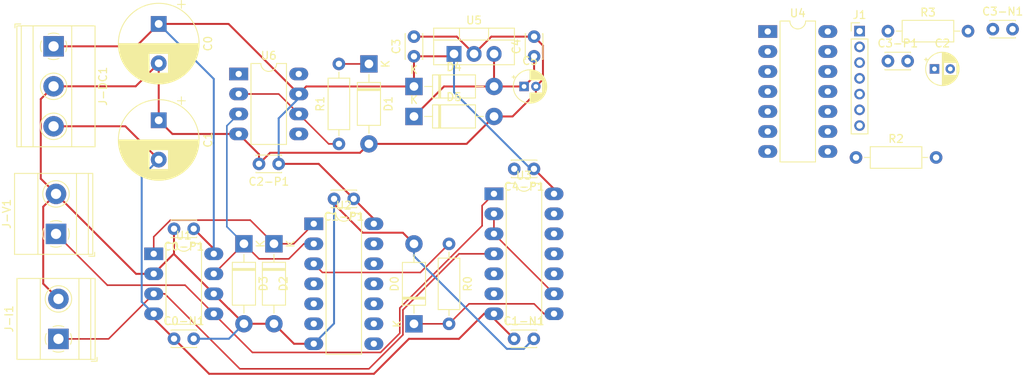
<source format=kicad_pcb>
(kicad_pcb (version 20211014) (generator pcbnew)
  (layers (0 "F.Cu" signal) (31 "B.Cu" signal) (34 "B.Paste" user) (35 "F.Paste" user) (36 "B.SilkS" user "B.Silkscreen") (37 "F.SilkS" user "F.Silkscreen") (38 "B.Mask" user) (39 "F.Mask" user) (44 "Edge.Cuts" user))
  (net 0 "")
  (net 1 "+12V")
  (net 2 "GNDA")
  (net 3 "-12V")
  (net 4 "Net-(C2-Pad2)")
  (net 5 "+5V")
  (net 6 "PHASE")
  (net 7 "FREQUENCY")
  (net 8 "Net-(D2-Pad1)")
  (net 9 "Net-(D3-Pad1)")
  (net 10 "V_CORRENTE")
  (net 11 "V_TENSIONE")
  (net 12 "ADC_IN")
  (net 13 "EN_I")
  (net 14 "EN_V")
  (net 15 "EN_P")
  (net 16 "Net-(R0-Pad1)")
  (net 17 "Net-(R1-Pad1)")
  (net 18 "Net-(U4-Pad6)")
  (net 19 "Net-(U3-Pad2)")
  (net 21 "Net-(U4-Pad7)")
  (footprint "Capacitor_THT:C_Disc_D3.0mm_W2.0mm_P2.50mm" (layer "F.Cu") (at 51.47 72.38)
    (fp_text reference "C0-N1" (at 1.25 -2.25) (layer "F.SilkS"))
    (fp_text value "100nF")
    (pad "1" thru_hole circle (at 0 0) (size 1.6 1.6) (drill 0.8) (layers *.Cu *.Mask) (net 3 "-12V"))
    (pad "2" thru_hole circle (at 2.5 0) (size 1.6 1.6) (drill 0.8) (layers *.Cu *.Mask) (net 2 "GNDA"))
  )
  (footprint "Resistor_THT:R_Axial_DIN0207_L6.3mm_D2.5mm_P10.16mm_Horizontal" (layer "F.Cu") (at 142.050199 33.3)
    (fp_text reference "R3" (at 5.08 -2.37) (layer "F.SilkS"))
    (fp_text value "15k")
    (pad "1" thru_hole circle (at 0 0) (size 1.6 1.6) (drill 0.8) (layers *.Cu *.Mask) (net 12 "ADC_IN"))
    (pad "2" thru_hole oval (at 10.16 0) (size 1.6 1.6) (drill 0.8) (layers *.Cu *.Mask) (net 2 "GNDA"))
  )
  (footprint "TerminalBlock_Phoenix:TerminalBlock_Phoenix_MKDS-1,5-3-5.08_1x03_P5.08mm_Horizontal" (layer "F.Cu") (at 36.19 35.23 -90)
    (fp_text reference "J-DC1" (at 5.08 -6.26 90) (layer "F.SilkS"))
    (fp_text value "j")
    (pad "1" thru_hole rect (at 0 0 270) (size 2.6 2.6) (drill 1.3) (layers *.Cu *.Mask) (net 1 "+12V"))
    (pad "2" thru_hole circle (at 5.08 0 270) (size 2.6 2.6) (drill 1.3) (layers *.Cu *.Mask) (net 2 "GNDA"))
    (pad "3" thru_hole circle (at 10.16 0 270) (size 2.6 2.6) (drill 1.3) (layers *.Cu *.Mask) (net 3 "-12V"))
  )
  (footprint "Capacitor_THT:C_Disc_D3.0mm_W2.0mm_P2.50mm" (layer "F.Cu") (at 97.135 50.8 180)
    (fp_text reference "C4-P1" (at 1.25 -2.25) (layer "F.SilkS"))
    (fp_text value "100nF")
    (pad "1" thru_hole circle (at 0 0 180) (size 1.6 1.6) (drill 0.8) (layers *.Cu *.Mask) (net 1 "+12V"))
    (pad "2" thru_hole circle (at 2.5 0 180) (size 1.6 1.6) (drill 0.8) (layers *.Cu *.Mask) (net 2 "GNDA"))
  )
  (footprint "Package_DIP:DIP-14_W7.62mm_LongPads" (layer "F.Cu") (at 92.06 53.97)
    (fp_text reference "U3" (at 3.81 -2.33) (layer "F.SilkS"))
    (fp_text value "4066")
    (pad "1" thru_hole rect (at 0 0) (size 2.4 1.6) (drill 0.8) (layers *.Cu *.Mask) (net 11 "V_TENSIONE"))
    (pad "2" thru_hole oval (at 0 2.54) (size 2.4 1.6) (drill 0.8) (layers *.Cu *.Mask) (net 19 "Net-(U3-Pad2)"))
    (pad "3" thru_hole oval (at 0 5.08) (size 2.4 1.6) (drill 0.8) (layers *.Cu *.Mask) (net 19 "Net-(U3-Pad2)"))
    (pad "4" thru_hole oval (at 0 7.62) (size 2.4 1.6) (drill 0.8) (layers *.Cu *.Mask) (net 10 "V_CORRENTE"))
    (pad "5" thru_hole oval (at 0 10.16) (size 2.4 1.6) (drill 0.8) (layers *.Cu *.Mask) (net 13 "EN_I"))
    (pad "6" thru_hole oval (at 0 12.7) (size 2.4 1.6) (drill 0.8) (layers *.Cu *.Mask) (net 15 "EN_P"))
    (pad "7" thru_hole oval (at 0 15.24) (size 2.4 1.6) (drill 0.8) (layers *.Cu *.Mask) (net 3 "-12V"))
    (pad "8" thru_hole oval (at 7.62 15.24) (size 2.4 1.6) (drill 0.8) (layers *.Cu *.Mask) (net 6 "PHASE"))
    (pad "9" thru_hole oval (at 7.62 12.7) (size 2.4 1.6) (drill 0.8) (layers *.Cu *.Mask) (net 19 "Net-(U3-Pad2)"))
    (pad "10" thru_hole oval (at 7.62 10.16) (size 2.4 1.6) (drill 0.8) (layers *.Cu *.Mask))
    (pad "11" thru_hole oval (at 7.62 7.62) (size 2.4 1.6) (drill 0.8) (layers *.Cu *.Mask))
    (pad "12" thru_hole oval (at 7.62 5.08) (size 2.4 1.6) (drill 0.8) (layers *.Cu *.Mask))
    (pad "13" thru_hole oval (at 7.62 2.54) (size 2.4 1.6) (drill 0.8) (layers *.Cu *.Mask) (net 14 "EN_V"))
    (pad "14" thru_hole oval (at 7.62 0) (size 2.4 1.6) (drill 0.8) (layers *.Cu *.Mask) (net 1 "+12V"))
  )
  (footprint "Capacitor_THT:C_Disc_D3.0mm_W2.0mm_P2.50mm" (layer "F.Cu") (at 53.97 58.41 180)
    (fp_text reference "C0-P1" (at 1.25 -2.25) (layer "F.SilkS"))
    (fp_text value "100nF")
    (pad "1" thru_hole circle (at 0 0 180) (size 1.6 1.6) (drill 0.8) (layers *.Cu *.Mask) (net 1 "+12V"))
    (pad "2" thru_hole circle (at 2.5 0 180) (size 1.6 1.6) (drill 0.8) (layers *.Cu *.Mask) (net 2 "GNDA"))
  )
  (footprint "Package_DIP:DIP-8_W7.62mm_LongPads" (layer "F.Cu") (at 59.675 38.745)
    (fp_text reference "U6" (at 3.81 -2.33) (layer "F.SilkS"))
    (fp_text value "CA3140")
    (pad "1" thru_hole rect (at 0 0) (size 2.4 1.6) (drill 0.8) (layers *.Cu *.Mask))
    (pad "2" thru_hole oval (at 0 2.54) (size 2.4 1.6) (drill 0.8) (layers *.Cu *.Mask) (net 17 "Net-(R1-Pad1)"))
    (pad "3" thru_hole oval (at 0 5.08) (size 2.4 1.6) (drill 0.8) (layers *.Cu *.Mask) (net 9 "Net-(D3-Pad1)"))
    (pad "4" thru_hole oval (at 0 7.62) (size 2.4 1.6) (drill 0.8) (layers *.Cu *.Mask) (net 2 "GNDA"))
    (pad "5" thru_hole oval (at 7.62 7.62) (size 2.4 1.6) (drill 0.8) (layers *.Cu *.Mask))
    (pad "6" thru_hole oval (at 7.62 5.08) (size 2.4 1.6) (drill 0.8) (layers *.Cu *.Mask) (net 17 "Net-(R1-Pad1)"))
    (pad "7" thru_hole oval (at 7.62 2.54) (size 2.4 1.6) (drill 0.8) (layers *.Cu *.Mask) (net 1 "+12V"))
    (pad "8" thru_hole oval (at 7.62 0) (size 2.4 1.6) (drill 0.8) (layers *.Cu *.Mask))
  )
  (footprint "Diode_THT:D_DO-41_SOD81_P10.16mm_Horizontal" (layer "F.Cu") (at 76.2 37.465 -90)
    (fp_text reference "D1" (at 5.08 -2.47 90) (layer "F.SilkS"))
    (fp_text value "3,3V")
    (fp_text user "K" (at 0 -2.1 90) (layer "F.SilkS"))
    (pad "1" thru_hole rect (at 0 0 270) (size 2.2 2.2) (drill 1.1) (layers *.Cu *.Mask) (net 7 "FREQUENCY"))
    (pad "2" thru_hole oval (at 10.16 0 270) (size 2.2 2.2) (drill 1.1) (layers *.Cu *.Mask) (net 2 "GNDA"))
  )
  (footprint "Diode_THT:D_DO-41_SOD81_P10.16mm_Horizontal" (layer "F.Cu") (at 81.915 70.485 90)
    (fp_text reference "D0" (at 5.08 -2.47 90) (layer "F.SilkS"))
    (fp_text value "5V")
    (fp_text user "K" (at 0 -2.1 90) (layer "F.SilkS"))
    (pad "1" thru_hole rect (at 0 0 90) (size 2.2 2.2) (drill 1.1) (layers *.Cu *.Mask) (net 6 "PHASE"))
    (pad "2" thru_hole oval (at 10.16 0 90) (size 2.2 2.2) (drill 1.1) (layers *.Cu *.Mask) (net 2 "GNDA"))
  )
  (footprint "Capacitor_THT:CP_Radial_D10.0mm_P5.00mm" (layer "F.Cu") (at 49.53 44.622323 -90)
    (fp_text reference "C1" (at 2.5 -6.25 90) (layer "F.SilkS"))
    (fp_text value "330uF")
    (pad "1" thru_hole rect (at 0 0 270) (size 2 2) (drill 1) (layers *.Cu *.Mask) (net 2 "GNDA"))
    (pad "2" thru_hole circle (at 5 0 270) (size 2 2) (drill 1) (layers *.Cu *.Mask) (net 3 "-12V"))
  )
  (footprint "Resistor_THT:R_Axial_DIN0207_L6.3mm_D2.5mm_P10.16mm_Horizontal" (layer "F.Cu") (at 86.36 60.325 -90)
    (fp_text reference "R0" (at 5.08 -2.37 90) (layer "F.SilkS"))
    (fp_text value "1.5K")
    (pad "1" thru_hole circle (at 0 0 270) (size 1.6 1.6) (drill 0.8) (layers *.Cu *.Mask) (net 16 "Net-(R0-Pad1)"))
    (pad "2" thru_hole oval (at 10.16 0 270) (size 1.6 1.6) (drill 0.8) (layers *.Cu *.Mask) (net 6 "PHASE"))
  )
  (footprint "Diode_THT:D_DO-41_SOD81_P10.16mm_Horizontal" (layer "F.Cu") (at 60.34 60.315 -90)
    (fp_text reference "D3" (at 5.08 -2.47 90) (layer "F.SilkS"))
    (fp_text value "1N4007")
    (fp_text user "K" (at 0 -2.1 90) (layer "F.SilkS"))
    (pad "1" thru_hole rect (at 0 0 270) (size 2.2 2.2) (drill 1.1) (layers *.Cu *.Mask) (net 9 "Net-(D3-Pad1)"))
    (pad "2" thru_hole oval (at 10.16 0 270) (size 2.2 2.2) (drill 1.1) (layers *.Cu *.Mask) (net 2 "GNDA"))
  )
  (footprint "Resistor_THT:R_Axial_DIN0207_L6.3mm_D2.5mm_P10.16mm_Horizontal" (layer "F.Cu") (at 138.000199 49.35)
    (fp_text reference "R2" (at 5.08 -2.37) (layer "F.SilkS"))
    (fp_text value "15k")
    (pad "1" thru_hole circle (at 0 0) (size 1.6 1.6) (drill 0.8) (layers *.Cu *.Mask) (net 18 "Net-(U4-Pad6)"))
    (pad "2" thru_hole oval (at 10.16 0) (size 1.6 1.6) (drill 0.8) (layers *.Cu *.Mask) (net 12 "ADC_IN"))
  )
  (footprint "Resistor_THT:R_Axial_DIN0207_L6.3mm_D2.5mm_P10.16mm_Horizontal" (layer "F.Cu") (at 72.39 47.625 90)
    (fp_text reference "R1" (at 5.08 -2.37 90) (layer "F.SilkS"))
    (fp_text value "1.5K")
    (pad "1" thru_hole circle (at 0 0 90) (size 1.6 1.6) (drill 0.8) (layers *.Cu *.Mask) (net 17 "Net-(R1-Pad1)"))
    (pad "2" thru_hole oval (at 10.16 0 90) (size 1.6 1.6) (drill 0.8) (layers *.Cu *.Mask) (net 7 "FREQUENCY"))
  )
  (footprint "Capacitor_THT:CP_Radial_D4.0mm_P2.00mm" (layer "F.Cu") (at 147.955 38.1)
    (fp_text reference "C2" (at 1 -3.25) (layer "F.SilkS"))
    (fp_text value "4,7uF")
    (pad "1" thru_hole rect (at 0 0) (size 1.2 1.2) (drill 0.6) (layers *.Cu *.Mask) (net 1 "+12V"))
    (pad "2" thru_hole circle (at 2 0) (size 1.2 1.2) (drill 0.6) (layers *.Cu *.Mask) (net 4 "Net-(C2-Pad2)"))
  )
  (footprint "Package_DIP:DIP-14_W7.62mm_LongPads" (layer "F.Cu") (at 69.2 57.78)
    (fp_text reference "U2" (at 3.81 -2.33) (layer "F.SilkS"))
    (fp_text value "4070")
    (pad "1" thru_hole rect (at 0 0) (size 2.4 1.6) (drill 0.8) (layers *.Cu *.Mask) (net 8 "Net-(D2-Pad1)"))
    (pad "2" thru_hole oval (at 0 2.54) (size 2.4 1.6) (drill 0.8) (layers *.Cu *.Mask) (net 9 "Net-(D3-Pad1)"))
    (pad "3" thru_hole oval (at 0 5.08) (size 2.4 1.6) (drill 0.8) (layers *.Cu *.Mask) (net 16 "Net-(R0-Pad1)"))
    (pad "4" thru_hole oval (at 0 7.62) (size 2.4 1.6) (drill 0.8) (layers *.Cu *.Mask))
    (pad "5" thru_hole oval (at 0 10.16) (size 2.4 1.6) (drill 0.8) (layers *.Cu *.Mask))
    (pad "6" thru_hole oval (at 0 12.7) (size 2.4 1.6) (drill 0.8) (layers *.Cu *.Mask))
    (pad "7" thru_hole oval (at 0 15.24) (size 2.4 1.6) (drill 0.8) (layers *.Cu *.Mask) (net 2 "GNDA"))
    (pad "8" thru_hole oval (at 7.62 15.24) (size 2.4 1.6) (drill 0.8) (layers *.Cu *.Mask))
    (pad "9" thru_hole oval (at 7.62 12.7) (size 2.4 1.6) (drill 0.8) (layers *.Cu *.Mask))
    (pad "10" thru_hole oval (at 7.62 10.16) (size 2.4 1.6) (drill 0.8) (layers *.Cu *.Mask))
    (pad "11" thru_hole oval (at 7.62 7.62) (size 2.4 1.6) (drill 0.8) (layers *.Cu *.Mask))
    (pad "12" thru_hole oval (at 7.62 5.08) (size 2.4 1.6) (drill 0.8) (layers *.Cu *.Mask))
    (pad "13" thru_hole oval (at 7.62 2.54) (size 2.4 1.6) (drill 0.8) (layers *.Cu *.Mask))
    (pad "14" thru_hole oval (at 7.62 0) (size 2.4 1.6) (drill 0.8) (layers *.Cu *.Mask) (net 1 "+12V"))
  )
  (footprint "Capacitor_THT:C_Disc_D3.0mm_W2.0mm_P2.50mm" (layer "F.Cu") (at 94.615 72.39)
    (fp_text reference "C1-N1" (at 1.25 -2.25) (layer "F.SilkS"))
    (fp_text value "100nF")
    (pad "1" thru_hole circle (at 0 0) (size 1.6 1.6) (drill 0.8) (layers *.Cu *.Mask) (net 3 "-12V"))
    (pad "2" thru_hole circle (at 2.5 0) (size 1.6 1.6) (drill 0.8) (layers *.Cu *.Mask) (net 2 "GNDA"))
  )
  (footprint "Package_TO_SOT_THT:TO-220-3_Vertical" (layer "F.Cu") (at 86.995 36.195)
    (fp_text reference "U5" (at 2.54 -4.27) (layer "F.SilkS"))
    (fp_text value "L7805")
    (pad "1" thru_hole rect (at 0 0) (size 1.905 2) (drill 1.1) (layers *.Cu *.Mask) (net 1 "+12V"))
    (pad "2" thru_hole oval (at 2.54 0) (size 1.905 2) (drill 1.1) (layers *.Cu *.Mask) (net 2 "GNDA"))
    (pad "3" thru_hole oval (at 5.08 0) (size 1.905 2) (drill 1.1) (layers *.Cu *.Mask) (net 5 "+5V"))
  )
  (footprint "Connector_PinHeader_2.00mm:PinHeader_1x07_P2.00mm_Vertical" (layer "F.Cu") (at 138.450199 33.3)
    (fp_text reference "J1" (at 0 -2.06) (layer "F.SilkS"))
    (fp_text value "Conn_01x07_Male")
    (pad "1" thru_hole rect (at 0 0) (size 1.35 1.35) (drill 0.8) (layers *.Cu *.Mask) (net 5 "+5V"))
    (pad "2" thru_hole oval (at 0 2) (size 1.35 1.35) (drill 0.8) (layers *.Cu *.Mask) (net 2 "GNDA"))
    (pad "3" thru_hole oval (at 0 4) (size 1.35 1.35) (drill 0.8) (layers *.Cu *.Mask) (net 12 "ADC_IN"))
    (pad "4" thru_hole oval (at 0 6) (size 1.35 1.35) (drill 0.8) (layers *.Cu *.Mask) (net 13 "EN_I"))
    (pad "5" thru_hole oval (at 0 8) (size 1.35 1.35) (drill 0.8) (layers *.Cu *.Mask) (net 14 "EN_V"))
    (pad "6" thru_hole oval (at 0 10) (size 1.35 1.35) (drill 0.8) (layers *.Cu *.Mask) (net 15 "EN_P"))
    (pad "7" thru_hole oval (at 0 12) (size 1.35 1.35) (drill 0.8) (layers *.Cu *.Mask) (net 7 "FREQUENCY"))
  )
  (footprint "Package_DIP:DIP-14_W7.62mm_LongPads" (layer "F.Cu") (at 126.800199 33.35)
    (fp_text reference "U4" (at 3.81 -2.33) (layer "F.SilkS"))
    (fp_text value "AD536A")
    (pad "1" thru_hole rect (at 0 0) (size 2.4 1.6) (drill 0.8) (layers *.Cu *.Mask) (net 19 "Net-(U3-Pad2)"))
    (pad "2" thru_hole oval (at 0 2.54) (size 2.4 1.6) (drill 0.8) (layers *.Cu *.Mask))
    (pad "3" thru_hole oval (at 0 5.08) (size 2.4 1.6) (drill 0.8) (layers *.Cu *.Mask) (net 3 "-12V"))
    (pad "4" thru_hole oval (at 0 7.62) (size 2.4 1.6) (drill 0.8) (layers *.Cu *.Mask) (net 4 "Net-(C2-Pad2)"))
    (pad "5" thru_hole oval (at 0 10.16) (size 2.4 1.6) (drill 0.8) (layers *.Cu *.Mask))
    (pad "6" thru_hole oval (at 0 12.7) (size 2.4 1.6) (drill 0.8) (layers *.Cu *.Mask) (net 18 "Net-(U4-Pad6)"))
    (pad "7" thru_hole oval (at 0 15.24) (size 2.4 1.6) (drill 0.8) (layers *.Cu *.Mask) (net 21 "Net-(U4-Pad7)"))
    (pad "8" thru_hole oval (at 7.62 15.24) (size 2.4 1.6) (drill 0.8) (layers *.Cu *.Mask) (net 21 "Net-(U4-Pad7)"))
    (pad "9" thru_hole oval (at 7.62 12.7) (size 2.4 1.6) (drill 0.8) (layers *.Cu *.Mask) (net 2 "GNDA"))
    (pad "10" thru_hole oval (at 7.62 10.16) (size 2.4 1.6) (drill 0.8) (layers *.Cu *.Mask) (net 2 "GNDA"))
    (pad "11" thru_hole oval (at 7.62 7.62) (size 2.4 1.6) (drill 0.8) (layers *.Cu *.Mask))
    (pad "12" thru_hole oval (at 7.62 5.08) (size 2.4 1.6) (drill 0.8) (layers *.Cu *.Mask))
    (pad "13" thru_hole oval (at 7.62 2.54) (size 2.4 1.6) (drill 0.8) (layers *.Cu *.Mask))
    (pad "14" thru_hole oval (at 7.62 0) (size 2.4 1.6) (drill 0.8) (layers *.Cu *.Mask) (net 1 "+12V"))
  )
  (footprint "Capacitor_THT:C_Disc_D3.0mm_W2.0mm_P2.50mm" (layer "F.Cu") (at 142.050199 37.1)
    (fp_text reference "C3-P1" (at 1.25 -2.25) (layer "F.SilkS"))
    (fp_text value "100nF")
    (pad "1" thru_hole circle (at 0 0) (size 1.6 1.6) (drill 0.8) (layers *.Cu *.Mask) (net 1 "+12V"))
    (pad "2" thru_hole circle (at 2.5 0) (size 1.6 1.6) (drill 0.8) (layers *.Cu *.Mask) (net 2 "GNDA"))
  )
  (footprint "Diode_THT:D_DO-41_SOD81_P10.16mm_Horizontal" (layer "F.Cu") (at 81.915 40.33)
    (fp_text reference "D4" (at 5.08 -2.47) (layer "F.SilkS"))
    (fp_text value "1N4001")
    (fp_text user "K" (at 0 -2.1) (layer "F.SilkS"))
    (pad "1" thru_hole rect (at 0 0) (size 2.2 2.2) (drill 1.1) (layers *.Cu *.Mask) (net 1 "+12V"))
    (pad "2" thru_hole oval (at 10.16 0) (size 2.2 2.2) (drill 1.1) (layers *.Cu *.Mask) (net 5 "+5V"))
  )
  (footprint "Diode_THT:D_DO-41_SOD81_P10.16mm_Horizontal" (layer "F.Cu") (at 81.915 44.14)
    (fp_text reference "D5" (at 5.08 -2.47) (layer "F.SilkS"))
    (fp_text value "1N4001")
    (fp_text user "K" (at 0 -2.1) (layer "F.SilkS"))
    (pad "1" thru_hole rect (at 0 0) (size 2.2 2.2) (drill 1.1) (layers *.Cu *.Mask) (net 5 "+5V"))
    (pad "2" thru_hole oval (at 10.16 0) (size 2.2 2.2) (drill 1.1) (layers *.Cu *.Mask) (net 2 "GNDA"))
  )
  (footprint "Capacitor_THT:C_Disc_D3.0mm_W2.0mm_P2.50mm" (layer "F.Cu") (at 64.75 50.165 180)
    (fp_text reference "C2-P1" (at 1.25 -2.25) (layer "F.SilkS"))
    (fp_text value "100nF")
    (pad "1" thru_hole circle (at 0 0 180) (size 1.6 1.6) (drill 0.8) (layers *.Cu *.Mask) (net 1 "+12V"))
    (pad "2" thru_hole circle (at 2.5 0 180) (size 1.6 1.6) (drill 0.8) (layers *.Cu *.Mask) (net 2 "GNDA"))
  )
  (footprint "Capacitor_THT:CP_Radial_D4.0mm_P1.50mm" (layer "F.Cu") (at 95.885 40.33)
    (fp_text reference "C5" (at 0.75 -3.25) (layer "F.SilkS"))
    (fp_text value "47uF")
    (pad "1" thru_hole rect (at 0 0) (size 1.2 1.2) (drill 0.6) (layers *.Cu *.Mask) (net 5 "+5V"))
    (pad "2" thru_hole circle (at 1.5 0) (size 1.2 1.2) (drill 0.6) (layers *.Cu *.Mask) (net 2 "GNDA"))
  )
  (footprint "TerminalBlock_Phoenix:TerminalBlock_Phoenix_MKDS-1,5-2-5.08_1x02_P5.08mm_Horizontal" (layer "F.Cu") (at 36.805 72.4 90)
    (fp_text reference "J-I1" (at 2.54 -6.26 90) (layer "F.SilkS"))
    (fp_text value "Screw_Terminal_01x02")
    (pad "1" thru_hole rect (at 0 0 90) (size 2.6 2.6) (drill 1.3) (layers *.Cu *.Mask) (net 10 "V_CORRENTE"))
    (pad "2" thru_hole circle (at 5.08 0 90) (size 2.6 2.6) (drill 1.3) (layers *.Cu *.Mask) (net 2 "GNDA"))
  )
  (footprint "Capacitor_THT:C_Disc_D3.0mm_W2.0mm_P2.50mm" (layer "F.Cu") (at 97.155 36.5 90)
    (fp_text reference "C4" (at 1.25 -2.25 90) (layer "F.SilkS"))
    (fp_text value "100nF")
    (pad "1" thru_hole circle (at 0 0 90) (size 1.6 1.6) (drill 0.8) (layers *.Cu *.Mask) (net 5 "+5V"))
    (pad "2" thru_hole circle (at 2.5 0 90) (size 1.6 1.6) (drill 0.8) (layers *.Cu *.Mask) (net 2 "GNDA"))
  )
  (footprint "Capacitor_THT:C_Disc_D3.0mm_W2.0mm_P2.50mm" (layer "F.Cu") (at 155.360199 33.05)
    (fp_text reference "C3-N1" (at 1.25 -2.25) (layer "F.SilkS"))
    (fp_text value "100nF")
    (pad "1" thru_hole circle (at 0 0) (size 1.6 1.6) (drill 0.8) (layers *.Cu *.Mask) (net 3 "-12V"))
    (pad "2" thru_hole circle (at 2.5 0) (size 1.6 1.6) (drill 0.8) (layers *.Cu *.Mask) (net 2 "GNDA"))
  )
  (footprint "Diode_THT:D_DO-41_SOD81_P10.16mm_Horizontal" (layer "F.Cu") (at 64.15 60.315 -90)
    (fp_text reference "D2" (at 5.08 -1.2 90) (layer "F.SilkS"))
    (fp_text value "1N4007")
    (fp_text user "K" (at 0 -2.1 90) (layer "F.SilkS"))
    (pad "1" thru_hole rect (at 0 0 270) (size 2.2 2.2) (drill 1.1) (layers *.Cu *.Mask) (net 8 "Net-(D2-Pad1)"))
    (pad "2" thru_hole oval (at 10.16 0 270) (size 2.2 2.2) (drill 1.1) (layers *.Cu *.Mask) (net 2 "GNDA"))
  )
  (footprint "TerminalBlock_Phoenix:TerminalBlock_Phoenix_MKDS-1,5-2-5.08_1x02_P5.08mm_Horizontal" (layer "F.Cu") (at 36.5 59.06 90)
    (fp_text reference "J-V1" (at 2.54 -6.26 90) (layer "F.SilkS"))
    (fp_text value "Screw_Terminal_01x02")
    (pad "1" thru_hole rect (at 0 0 90) (size 2.6 2.6) (drill 1.3) (layers *.Cu *.Mask) (net 11 "V_TENSIONE"))
    (pad "2" thru_hole circle (at 5.08 0 90) (size 2.6 2.6) (drill 1.3) (layers *.Cu *.Mask) (net 2 "GNDA"))
  )
  (footprint "Capacitor_THT:CP_Radial_D10.0mm_P5.00mm" (layer "F.Cu") (at 49.53 32.385 -90)
    (fp_text reference "C0" (at 2.5 -6.25 90) (layer "F.SilkS"))
    (fp_text value "330uF")
    (pad "1" thru_hole rect (at 0 0 270) (size 2 2) (drill 1) (layers *.Cu *.Mask) (net 1 "+12V"))
    (pad "2" thru_hole circle (at 5 0 270) (size 2 2) (drill 1) (layers *.Cu *.Mask) (net 2 "GNDA"))
  )
  (footprint "Package_DIP:DIP-8_W7.62mm_LongPads" (layer "F.Cu") (at 48.895 61.595)
    (fp_text reference "U1" (at 3.81 -2.33) (layer "F.SilkS"))
    (fp_text value "LM358")
    (pad "1" thru_hole rect (at 0 0) (size 2.4 1.6) (drill 0.8) (layers *.Cu *.Mask) (net 8 "Net-(D2-Pad1)"))
    (pad "2" thru_hole oval (at 0 2.54) (size 2.4 1.6) (drill 0.8) (layers *.Cu *.Mask) (net 2 "GNDA"))
    (pad "3" thru_hole oval (at 0 5.08) (size 2.4 1.6) (drill 0.8) (layers *.Cu *.Mask) (net 10 "V_CORRENTE"))
    (pad "4" thru_hole oval (at 0 7.62) (size 2.4 1.6) (drill 0.8) (layers *.Cu *.Mask) (net 3 "-12V"))
    (pad "5" thru_hole oval (at 7.62 7.62) (size 2.4 1.6) (drill 0.8) (layers *.Cu *.Mask) (net 11 "V_TENSIONE"))
    (pad "6" thru_hole oval (at 7.62 5.08) (size 2.4 1.6) (drill 0.8) (layers *.Cu *.Mask) (net 2 "GNDA"))
    (pad "7" thru_hole oval (at 7.62 2.54) (size 2.4 1.6) (drill 0.8) (layers *.Cu *.Mask) (net 9 "Net-(D3-Pad1)"))
    (pad "8" thru_hole oval (at 7.62 0) (size 2.4 1.6) (drill 0.8) (layers *.Cu *.Mask) (net 1 "+12V"))
  )
  (footprint "Capacitor_THT:C_Disc_D3.0mm_W2.0mm_P2.50mm" (layer "F.Cu") (at 81.915 36.5 90)
    (fp_text reference "C3" (at 1.25 -2.25 90) (layer "F.SilkS"))
    (fp_text value "330nF")
    (pad "1" thru_hole circle (at 0 0 90) (size 1.6 1.6) (drill 0.8) (layers *.Cu *.Mask) (net 1 "+12V"))
    (pad "2" thru_hole circle (at 2.5 0 90) (size 1.6 1.6) (drill 0.8) (layers *.Cu *.Mask) (net 2 "GNDA"))
  )
  (footprint "Capacitor_THT:C_Disc_D3.0mm_W2.0mm_P2.50mm" (layer "F.Cu") (at 74.275 54.61 180)
    (fp_text reference "C1-P1" (at 1.25 -2.25) (layer "F.SilkS"))
    (fp_text value "100nF")
    (pad "1" thru_hole circle (at 0 0 180) (size 1.6 1.6) (drill 0.8) (layers *.Cu *.Mask) (net 1 "+12V"))
    (pad "2" thru_hole circle (at 2.5 0 180) (size 1.6 1.6) (drill 0.8) (layers *.Cu *.Mask) (net 2 "GNDA"))
  )
  (segment (start 99.68 53.345) (end 99.68 53.97) (width 0.25) (layer "F.Cu") (net 1))
  (segment (start 53.97 58.41) (end 56.515 60.955) (width 0.25) (layer "F.Cu") (net 1))
  (segment (start 97.135 50.8) (end 99.68 53.345) (width 0.25) (layer "F.Cu") (net 1))
  (segment (start 68.25 40.33) (end 67.295 41.285) (width 0.25) (layer "F.Cu") (net 1))
  (segment (start 81.915 36.5) (end 81.915 40.33) (width 0.25) (layer "F.Cu") (net 1))
  (segment (start 69.83 50.165) (end 74.275 54.61) (width 0.25) (layer "F.Cu") (net 1))
  (segment (start 86.69 36.5) (end 86.995 36.195) (width 0.25) (layer "F.Cu") (net 1))
  (segment (start 74.275 54.61) (end 76.82 57.155) (width 0.25) (layer "F.Cu") (net 1))
  (segment (start 46.685 35.23) (end 49.53 32.385) (width 0.25) (layer "F.Cu") (net 1))
  (segment (start 76.82 57.155) (end 76.82 57.78) (width 0.25) (layer "F.Cu") (net 1))
  (segment (start 58.395 32.385) (end 49.53 32.385) (width 0.25) (layer "F.Cu") (net 1))
  (segment (start 64.75 50.165) (end 69.83 50.165) (width 0.25) (layer "F.Cu") (net 1))
  (segment (start 56.515 60.955) (end 56.515 61.595) (width 0.25) (layer "F.Cu") (net 1))
  (segment (start 36.19 35.23) (end 46.685 35.23) (width 0.25) (layer "F.Cu") (net 1))
  (segment (start 81.915 40.33) (end 68.25 40.33) (width 0.25) (layer "F.Cu") (net 1))
  (segment (start 81.915 36.5) (end 86.69 36.5) (width 0.25) (layer "F.Cu") (net 1))
  (segment (start 67.295 41.285) (end 58.395 32.385) (width 0.25) (layer "F.Cu") (net 1))
  (segment (start 56.515 39.37) (end 49.53 32.385) (width 0.25) (layer "B.Cu") (net 1))
  (segment (start 86.995 41.074564) (end 96.720436 50.8) (width 0.25) (layer "B.Cu") (net 1))
  (segment (start 96.720436 50.8) (end 97.135 50.8) (width 0.25) (layer "B.Cu") (net 1))
  (segment (start 56.515 61.595) (end 56.515 39.37) (width 0.25) (layer "B.Cu") (net 1))
  (segment (start 64.75 44.379689) (end 67.295 41.834689) (width 0.25) (layer "B.Cu") (net 1))
  (segment (start 64.75 50.165) (end 64.75 44.379689) (width 0.25) (layer "B.Cu") (net 1))
  (segment (start 67.295 41.834689) (end 67.295 41.285) (width 0.25) (layer "B.Cu") (net 1))
  (segment (start 86.995 36.195) (end 86.995 41.074564) (width 0.25) (layer "B.Cu") (net 1))
  (segment (start 34.565489 52.045489) (end 36.5 53.98) (width 0.25) (layer "F.Cu") (net 2))
  (segment (start 81.915 60.325) (end 80.49452 58.90452) (width 0.25) (layer "F.Cu") (net 2))
  (segment (start 58.42 68.58) (end 56.515 66.675) (width 0.25) (layer "F.Cu") (net 2))
  (segment (start 71.775 54.61) (end 71.755 54.61) (width 0.25) (layer "F.Cu") (net 2))
  (segment (start 62.25 48.94) (end 59.675 46.365) (width 0.25) (layer "F.Cu") (net 2))
  (segment (start 97.385 41.178528) (end 97.385 40.33) (width 0.25) (layer "F.Cu") (net 2))
  (segment (start 91.73 34) (end 97.155 34) (width 0.25) (layer "F.Cu") (net 2))
  (segment (start 34.565489 41.934511) (end 34.565489 52.045489) (width 0.25) (layer "F.Cu") (net 2))
  (segment (start 60.34 70.475) (end 64.15 70.475) (width 0.25) (layer "F.Cu") (net 2))
  (segment (start 34.875489 55.604511) (end 34.875489 65.390489) (width 0.25) (layer "F.Cu") (net 2))
  (segment (start 66.695 73.02) (end 64.15 70.475) (width 0.25) (layer "F.Cu") (net 2))
  (segment (start 75.075489 48.749511) (end 63.665489 48.749511) (width 0.25) (layer "F.Cu") (net 2))
  (segment (start 88.59 47.625) (end 76.2 47.625) (width 0.25) (layer "F.Cu") (net 2))
  (segment (start 69.2 73.02) (end 66.695 73.02) (width 0.25) (layer "F.Cu") (net 2))
  (segment (start 34.875489 65.390489) (end 36.805 67.32) (width 0.25) (layer "F.Cu") (net 2))
  (segment (start 98.279511 39.435489) (end 98.279511 35.124511) (width 0.25) (layer "F.Cu") (net 2))
  (segment (start 56.515 66.675) (end 51.47 61.63) (width 0.25) (layer "F.Cu") (net 2))
  (segment (start 51.47 61.56) (end 48.895 64.135) (width 0.25) (layer "F.Cu") (net 2))
  (segment (start 97.385 40.33) (end 98.279511 39.435489) (width 0.25) (layer "F.Cu") (net 2))
  (segment (start 51.272677 46.365) (end 49.53 44.622323) (width 0.25) (layer "F.Cu") (net 2))
  (segment (start 46.605 40.31) (end 49.53 37.385) (width 0.25) (layer "F.Cu") (net 2))
  (segment (start 60.34 70.475) (end 58.445 68.58) (width 0.25) (layer "F.Cu") (net 2))
  (segment (start 71.775 55.265) (end 71.775 54.61) (width 0.25) (layer "F.Cu") (net 2))
  (segment (start 36.5 53.98) (end 34.875489 55.604511) (width 0.25) (layer "F.Cu") (net 2))
  (segment (start 59.675 46.365) (end 51.272677 46.365) (width 0.25) (layer "F.Cu") (net 2))
  (segment (start 98.279511 35.124511) (end 97.155 34) (width 0.25) (layer "F.Cu") (net 2))
  (segment (start 51.47 61.63) (end 51.47 58.41) (width 0.25) (layer "F.Cu") (net 2))
  (segment (start 58.445 68.58) (end 58.42 68.58) (width 0.25) (layer "F.Cu") (net 2))
  (segment (start 48.895 64.135) (end 46.655 64.135) (width 0.25) (layer "F.Cu") (net 2))
  (segment (start 75.41452 58.90452) (end 71.775 55.265) (width 0.25) (layer "F.Cu") (net 2))
  (segment (start 62.25 50.165) (end 62.25 48.94) (width 0.25) (layer "F.Cu") (net 2))
  (segment (start 89.535 36.195) (end 91.73 34) (width 0.25) (layer "F.Cu") (net 2))
  (segment (start 80.49452 58.90452) (end 75.41452 58.90452) (width 0.25) (layer "F.Cu") (net 2))
  (segment (start 63.665489 48.749511) (end 62.25 50.165) (width 0.25) (layer "F.Cu") (net 2))
  (segment (start 46.655 64.135) (end 36.5 53.98) (width 0.25) (layer "F.Cu") (net 2))
  (segment (start 89.535 36.195) (end 87.34 34) (width 0.25) (layer "F.Cu") (net 2))
  (segment (start 36.19 40.31) (end 34.565489 41.934511) (width 0.25) (layer "F.Cu") (net 2))
  (segment (start 92.075 44.14) (end 88.59 47.625) (width 0.25) (layer "F.Cu") (net 2))
  (segment (start 51.47 58.41) (end 51.47 61.56) (width 0.25) (layer "F.Cu") (net 2))
  (segment (start 36.19 40.31) (end 46.605 40.31) (width 0.25) (layer "F.Cu") (net 2))
  (segment (start 87.34 34) (end 81.915 34) (width 0.25) (layer "F.Cu") (net 2))
  (segment (start 94.423528 44.14) (end 97.385 41.178528) (width 0.25) (layer "F.Cu") (net 2))
  (segment (start 76.2 47.625) (end 75.075489 48.749511) (width 0.25) (layer "F.Cu") (net 2))
  (segment (start 49.53 37.385) (end 49.53 44.622323) (width 0.25) (layer "F.Cu") (net 2))
  (segment (start 92.075 44.14) (end 94.423528 44.14) (width 0.25) (layer "F.Cu") (net 2))
  (segment (start 95.845 73.66) (end 97.115 72.39) (width 0.25) (layer "B.Cu") (net 2))
  (segment (start 58.435 72.38) (end 60.34 70.475) (width 0.25) (layer "B.Cu") (net 2))
  (segment (start 93.694366 73.66) (end 95.845 73.66) (width 0.25) (layer "B.Cu") (net 2))
  (segment (start 81.915 60.325) (end 81.915 61.880634) (width 0.25) (layer "B.Cu") (net 2))
  (segment (start 53.97 72.38) (end 58.435 72.38) (width 0.25) (layer "B.Cu") (net 2))
  (segment (start 71.775 54.61) (end 71.775 70.445) (width 0.25) (layer "B.Cu") (net 2))
  (segment (start 71.775 70.445) (end 69.2 73.02) (width 0.25) (layer "B.Cu") (net 2))
  (segment (start 81.915 61.880634) (end 93.694366 73.66) (width 0.25) (layer "B.Cu") (net 2))
  (segment (start 92.06 69.835) (end 92.06 69.21) (width 0.25) (layer "F.Cu") (net 3))
  (segment (start 90.81 69.21) (end 87.63 72.39) (width 0.25) (layer "F.Cu") (net 3))
  (segment (start 76.835 76.835) (end 55.925 76.835) (width 0.25) (layer "F.Cu") (net 3))
  (segment (start 87.63 72.39) (end 81.28 72.39) (width 0.25) (layer "F.Cu") (net 3))
  (segment (start 51.47 72.38) (end 48.895 69.805) (width 0.25) (layer "F.Cu") (net 3))
  (segment (start 55.925 76.835) (end 51.47 72.38) (width 0.25) (layer "F.Cu") (net 3))
  (segment (start 36.19 45.39) (end 45.297677 45.39) (width 0.25) (layer "F.Cu") (net 3))
  (segment (start 48.895 69.805) (end 48.895 69.215) (width 0.25) (layer "F.Cu") (net 3))
  (segment (start 94.615 72.39) (end 92.06 69.835) (width 0.25) (layer "F.Cu") (net 3))
  (segment (start 45.297677 45.39) (end 49.53 49.622323) (width 0.25) (layer "F.Cu") (net 3))
  (segment (start 92.06 69.21) (end 90.81 69.21) (width 0.25) (layer "F.Cu") (net 3))
  (segment (start 81.28 72.39) (end 76.835 76.835) (width 0.25) (layer "F.Cu") (net 3))
  (segment (start 47.370489 67.690489) (end 47.370489 51.781834) (width 0.25) (layer "B.Cu") (net 3))
  (segment (start 47.370489 51.781834) (end 49.53 49.622323) (width 0.25) (layer "B.Cu") (net 3))
  (segment (start 48.895 69.215) (end 47.370489 67.690489) (width 0.25) (layer "B.Cu") (net 3))
  (segment (start 92.075 40.33) (end 85.725 40.33) (width 0.25) (layer "F.Cu") (net 5))
  (segment (start 92.075 40.33) (end 95.885 40.33) (width 0.25) (layer "F.Cu") (net 5))
  (segment (start 97.155 39.06) (end 95.885 40.33) (width 0.25) (layer "F.Cu") (net 5))
  (segment (start 85.725 40.33) (end 81.915 44.14) (width 0.25) (layer "F.Cu") (net 5))
  (segment (start 92.075 36.195) (end 92.075 40.33) (width 0.25) (layer "F.Cu") (net 5))
  (segment (start 97.155 36.5) (end 97.155 39.06) (width 0.25) (layer "F.Cu") (net 5))
  (segment (start 97.155 67.945) (end 98.42 69.21) (width 0.2) (layer "F.Cu") (net 6))
  (segment (start 81.915 70.485) (end 86.36 70.485) (width 0.2) (layer "F.Cu") (net 6))
  (segment (start 86.36 70.485) (end 88.9 67.945) (width 0.2) (layer "F.Cu") (net 6))
  (segment (start 98.42 69.21) (end 99.68 69.21) (width 0.2) (layer "F.Cu") (net 6))
  (segment (start 88.9 67.945) (end 97.155 67.945) (width 0.2) (layer "F.Cu") (net 6))
  (segment (start 72.39 37.465) (end 76.2 37.465) (width 0.2) (layer "F.Cu") (net 7))
  (segment (start 48.895 59.430056) (end 51.014567 57.310489) (width 0.2) (layer "F.Cu") (net 8))
  (segment (start 61.145489 57.310489) (end 64.15 60.315) (width 0.2) (layer "F.Cu") (net 8))
  (segment (start 66.665 60.315) (end 69.2 57.78) (width 0.2) (layer "F.Cu") (net 8))
  (segment (start 64.15 60.315) (end 66.665 60.315) (width 0.2) (layer "F.Cu") (net 8))
  (segment (start 48.895 61.595) (end 48.895 59.430056) (width 0.2) (layer "F.Cu") (net 8))
  (segment (start 51.014567 57.310489) (end 61.145489 57.310489) (width 0.2) (layer "F.Cu") (net 8))
  (segment (start 67.95 60.32) (end 69.2 60.32) (width 0.2) (layer "F.Cu") (net 9))
  (segment (start 56.52 64.135) (end 60.34 60.315) (width 0.2) (layer "F.Cu") (net 9))
  (segment (start 60.34 60.315) (end 62.255 62.23) (width 0.2) (layer "F.Cu") (net 9))
  (segment (start 66.04 62.23) (end 67.95 60.32) (width 0.2) (layer "F.Cu") (net 9))
  (segment (start 56.515 64.135) (end 56.52 64.135) (width 0.2) (layer "F.Cu") (net 9))
  (segment (start 62.255 62.23) (end 66.04 62.23) (width 0.2) (layer "F.Cu") (net 9))
  (segment (start 58.17548 58.15048) (end 60.34 60.315) (width 0.2) (layer "B.Cu") (net 9))
  (segment (start 59.675 43.825) (end 58.17548 45.32452) (width 0.2) (layer "B.Cu") (net 9))
  (segment (start 58.17548 45.32452) (end 58.17548 58.15048) (width 0.2) (layer "B.Cu") (net 9))
  (segment (start 43.17 72.4) (end 48.895 66.675) (width 0.2) (layer "F.Cu") (net 10))
  (segment (start 59.82 76.2) (end 76.2 76.2) (width 0.2) (layer "F.Cu") (net 10))
  (segment (start 80.515489 71.884511) (end 80.515489 68.709511) (width 0.2) (layer "F.Cu") (net 10))
  (segment (start 48.895 66.675) (end 50.295 66.675) (width 0.2) (layer "F.Cu") (net 10))
  (segment (start 87.635 61.59) (end 92.06 61.59) (width 0.2) (layer "F.Cu") (net 10))
  (segment (start 76.2 76.2) (end 80.515489 71.884511) (width 0.2) (layer "F.Cu") (net 10))
  (segment (start 36.805 72.4) (end 43.17 72.4) (width 0.2) (layer "F.Cu") (net 10))
  (segment (start 80.515489 68.709511) (end 87.635 61.59) (width 0.2) (layer "F.Cu") (net 10))
  (segment (start 50.295 66.675) (end 59.82 76.2) (width 0.2) (layer "F.Cu") (net 10))
  (segment (start 80.115969 68.474031) (end 90.56048 58.02952) (width 0.2) (layer "F.Cu") (net 11))
  (segment (start 56.515 69.215) (end 52.87548 65.57548) (width 0.2) (layer "F.Cu") (net 11))
  (segment (start 52.87548 65.57548) (end 43.01548 65.57548) (width 0.2) (layer "F.Cu") (net 11))
  (segment (start 77.675436 74.11952) (end 80.115969 71.678987) (width 0.2) (layer "F.Cu") (net 11))
  (segment (start 56.515 69.215) (end 61.41952 74.11952) (width 0.2) (layer "F.Cu") (net 11))
  (segment (start 61.41952 74.11952) (end 77.675436 74.11952) (width 0.2) (layer "F.Cu") (net 11))
  (segment (start 80.115969 71.678987) (end 80.115969 68.474031) (width 0.2) (layer "F.Cu") (net 11))
  (segment (start 43.01548 65.57548) (end 36.5 59.06) (width 0.2) (layer "F.Cu") (net 11))
  (segment (start 90.56048 55.46952) (end 92.06 53.97) (width 0.2) (layer "F.Cu") (net 11))
  (segment (start 90.56048 58.02952) (end 90.56048 55.46952) (width 0.2) (layer "F.Cu") (net 11))
  (segment (start 82.72548 63.95952) (end 86.36 60.325) (width 0.2) (layer "F.Cu") (net 16))
  (segment (start 69.2 62.86) (end 70.29952 63.95952) (width 0.2) (layer "F.Cu") (net 16))
  (segment (start 70.29952 63.95952) (end 82.72548 63.95952) (width 0.2) (layer "F.Cu") (net 16))
  (segment (start 59.675 41.285) (end 64.755 41.285) (width 0.2) (layer "F.Cu") (net 17))
  (segment (start 71.095 47.625) (end 67.295 43.825) (width 0.2) (layer "F.Cu") (net 17))
  (segment (start 64.755 41.285) (end 67.295 43.825) (width 0.2) (layer "F.Cu") (net 17))
  (segment (start 72.39 47.625) (end 71.095 47.625) (width 0.2) (layer "F.Cu") (net 17))
  (segment (start 92.06 59.05) (end 99.68 66.67) (width 0.2) (layer "F.Cu") (net 19))
  (segment (start 92.06 56.51) (end 92.06 59.05) (width 0.2) (layer "F.Cu") (net 19))
)
</source>
